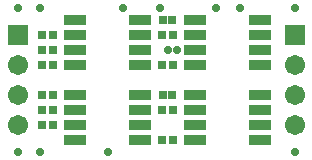
<source format=gts>
G04*
G04 #@! TF.GenerationSoftware,Altium Limited,Altium NEXUS,1.1.9 (86)*
G04*
G04 Layer_Color=8388736*
%FSLAX25Y25*%
%MOIN*%
G70*
G01*
G75*
%ADD10R,0.02847X0.02847*%
%ADD11R,0.02572X0.02965*%
%ADD12R,0.07808X0.03635*%
%ADD13C,0.06706*%
%ADD14R,0.06706X0.06706*%
%ADD15C,0.02769*%
D10*
X55925Y22500D02*
D03*
X59075D02*
D03*
X55925Y47500D02*
D03*
X59075D02*
D03*
D11*
X59272Y7500D02*
D03*
X55728D02*
D03*
X19272Y12500D02*
D03*
X15728D02*
D03*
X59272Y17500D02*
D03*
X55728D02*
D03*
X19272Y22500D02*
D03*
X15728D02*
D03*
X19272Y17500D02*
D03*
X15728D02*
D03*
X59272Y32500D02*
D03*
X55728D02*
D03*
X19272D02*
D03*
X15728D02*
D03*
X59272Y42500D02*
D03*
X55728D02*
D03*
X19272D02*
D03*
X15728D02*
D03*
X19272Y37500D02*
D03*
X15728D02*
D03*
D12*
X26535Y22500D02*
D03*
Y17500D02*
D03*
Y12500D02*
D03*
Y7500D02*
D03*
X48465Y22500D02*
D03*
Y17500D02*
D03*
Y12500D02*
D03*
Y7500D02*
D03*
X66535Y22500D02*
D03*
Y17500D02*
D03*
Y12500D02*
D03*
Y7500D02*
D03*
X88465Y22500D02*
D03*
Y17500D02*
D03*
Y12500D02*
D03*
Y7500D02*
D03*
X26535Y47500D02*
D03*
Y42500D02*
D03*
Y37500D02*
D03*
Y32500D02*
D03*
X48465Y47500D02*
D03*
Y42500D02*
D03*
Y37500D02*
D03*
Y32500D02*
D03*
X66535Y47500D02*
D03*
Y42500D02*
D03*
Y37500D02*
D03*
Y32500D02*
D03*
X88465Y47500D02*
D03*
Y42500D02*
D03*
Y37500D02*
D03*
Y32500D02*
D03*
D13*
X100000Y12500D02*
D03*
Y22500D02*
D03*
Y32500D02*
D03*
X7500Y12500D02*
D03*
Y22500D02*
D03*
Y32500D02*
D03*
D14*
X100000Y42500D02*
D03*
X7500D02*
D03*
D15*
X15000Y51500D02*
D03*
X7500D02*
D03*
X100000D02*
D03*
X55000D02*
D03*
X100000Y3500D02*
D03*
X37500D02*
D03*
X7500D02*
D03*
X15000D02*
D03*
X73500Y51500D02*
D03*
X81500D02*
D03*
X42500D02*
D03*
X60500Y37500D02*
D03*
X57500D02*
D03*
M02*

</source>
